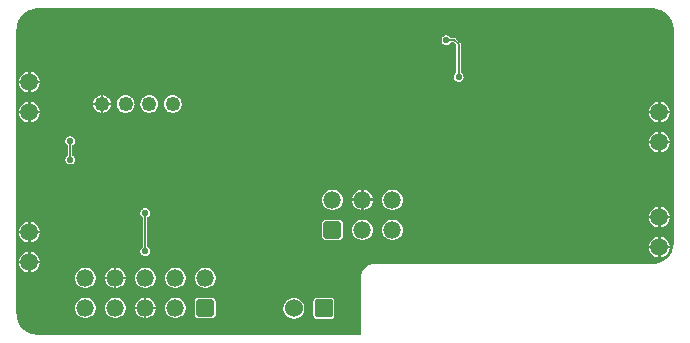
<source format=gbr>
%TF.GenerationSoftware,Altium Limited,Altium Designer,20.1.8 (145)*%
G04 Layer_Physical_Order=4*
G04 Layer_Color=16728128*
%FSLAX45Y45*%
%MOMM*%
%TF.SameCoordinates,4FE69ECD-ABF1-445D-A2E8-605A74DE355E*%
%TF.FilePolarity,Positive*%
%TF.FileFunction,Copper,L4,Bot,Signal*%
%TF.Part,Single*%
G01*
G75*
%TA.AperFunction,Conductor*%
%ADD26C,0.12700*%
%TA.AperFunction,ComponentPad*%
%ADD30C,1.25000*%
%ADD31C,1.50000*%
G04:AMPARAMS|DCode=32|XSize=1.5mm|YSize=1.45mm|CornerRadius=0.18125mm|HoleSize=0mm|Usage=FLASHONLY|Rotation=180.000|XOffset=0mm|YOffset=0mm|HoleType=Round|Shape=RoundedRectangle|*
%AMROUNDEDRECTD32*
21,1,1.50000,1.08750,0,0,180.0*
21,1,1.13750,1.45000,0,0,180.0*
1,1,0.36250,-0.56875,0.54375*
1,1,0.36250,0.56875,0.54375*
1,1,0.36250,0.56875,-0.54375*
1,1,0.36250,-0.56875,-0.54375*
%
%ADD32ROUNDEDRECTD32*%
%ADD33O,1.50000X1.45000*%
%TA.AperFunction,ViaPad*%
%ADD34C,3.60000*%
%TA.AperFunction,ComponentPad*%
%ADD35C,1.52400*%
G04:AMPARAMS|DCode=36|XSize=1.524mm|YSize=1.524mm|CornerRadius=0.1905mm|HoleSize=0mm|Usage=FLASHONLY|Rotation=180.000|XOffset=0mm|YOffset=0mm|HoleType=Round|Shape=RoundedRectangle|*
%AMROUNDEDRECTD36*
21,1,1.52400,1.14300,0,0,180.0*
21,1,1.14300,1.52400,0,0,180.0*
1,1,0.38100,-0.57150,0.57150*
1,1,0.38100,0.57150,0.57150*
1,1,0.38100,0.57150,-0.57150*
1,1,0.38100,-0.57150,-0.57150*
%
%ADD36ROUNDEDRECTD36*%
%TA.AperFunction,ViaPad*%
%ADD37C,0.56000*%
G36*
X5415880Y2781499D02*
X5431639Y2779424D01*
X5447156Y2775984D01*
X5462315Y2771205D01*
X5476999Y2765122D01*
X5491097Y2757783D01*
X5504502Y2749243D01*
X5517112Y2739567D01*
X5528831Y2728829D01*
X5539569Y2717111D01*
X5549244Y2704501D01*
X5557784Y2691096D01*
X5565123Y2676998D01*
X5571206Y2662313D01*
X5575986Y2647155D01*
X5579426Y2631637D01*
X5581500Y2615879D01*
X5582162Y2600724D01*
X5582067Y2600000D01*
Y800000D01*
X5582162Y799276D01*
X5581500Y784121D01*
X5579426Y768363D01*
X5575986Y752845D01*
X5571206Y737686D01*
X5565123Y723002D01*
X5557784Y708903D01*
X5549244Y695498D01*
X5539568Y682888D01*
X5528830Y671170D01*
X5517112Y660432D01*
X5504502Y650756D01*
X5491097Y642216D01*
X5476998Y634877D01*
X5462314Y628794D01*
X5447155Y624015D01*
X5431638Y620575D01*
X5415879Y618500D01*
X5400725Y617838D01*
X5400000Y617934D01*
X3068580Y617933D01*
X3050800Y617966D01*
X3037592Y617225D01*
X3033595Y616545D01*
X3024550Y615008D01*
X3011838Y611346D01*
X2999617Y606284D01*
X2988038Y599885D01*
X2977250Y592230D01*
X2967386Y583415D01*
X2958571Y573551D01*
X2950916Y562762D01*
X2944517Y551184D01*
X2939454Y538962D01*
X2935792Y526250D01*
X2934255Y517206D01*
X2933575Y513209D01*
X2932834Y500000D01*
X2932867D01*
Y17933D01*
X200000D01*
X199276Y17838D01*
X184121Y18500D01*
X168363Y20574D01*
X152845Y24014D01*
X137686Y28794D01*
X123002Y34876D01*
X108903Y42216D01*
X95498Y50756D01*
X82888Y60432D01*
X71170Y71170D01*
X60432Y82888D01*
X50756Y95498D01*
X42216Y108903D01*
X34876Y123002D01*
X28794Y137686D01*
X24014Y152845D01*
X20574Y168363D01*
X18500Y184121D01*
X17846Y199100D01*
X17934Y199769D01*
Y2599999D01*
X17838Y2600724D01*
X18500Y2615878D01*
X20574Y2631636D01*
X24014Y2647154D01*
X28794Y2662312D01*
X34876Y2676997D01*
X42216Y2691095D01*
X50756Y2704501D01*
X60432Y2717110D01*
X71170Y2728829D01*
X82888Y2739567D01*
X95498Y2749243D01*
X108903Y2757783D01*
X123002Y2765122D01*
X137686Y2771205D01*
X152845Y2775984D01*
X168363Y2779424D01*
X184121Y2781499D01*
X199276Y2782161D01*
X200000Y2782065D01*
X5400000D01*
X5400725Y2782161D01*
X5415880Y2781499D01*
D02*
G37*
%LPC*%
G36*
X137160Y2246222D02*
Y2169160D01*
X214222D01*
X214136Y2170472D01*
X211893Y2181747D01*
X208198Y2192633D01*
X203113Y2202944D01*
X196726Y2212503D01*
X189146Y2221146D01*
X180503Y2228726D01*
X170944Y2235113D01*
X160633Y2240198D01*
X149747Y2243893D01*
X138472Y2246136D01*
X137160Y2246222D01*
D02*
G37*
G36*
X116840D02*
X115528Y2246136D01*
X104253Y2243893D01*
X93367Y2240198D01*
X83056Y2235113D01*
X73497Y2228726D01*
X64854Y2221146D01*
X57274Y2212503D01*
X50887Y2202944D01*
X45802Y2192633D01*
X42107Y2181747D01*
X39864Y2170472D01*
X39778Y2169160D01*
X116840D01*
Y2246222D01*
D02*
G37*
G36*
X3657600Y2553580D02*
X3649621Y2552794D01*
X3641950Y2550467D01*
X3634879Y2546688D01*
X3628682Y2541602D01*
X3623595Y2535404D01*
X3619816Y2528334D01*
X3617489Y2520662D01*
X3616703Y2512683D01*
X3617489Y2504705D01*
X3619816Y2497033D01*
X3623595Y2489962D01*
X3628682Y2483765D01*
X3634879Y2478679D01*
X3641950Y2474900D01*
X3649621Y2472572D01*
X3657600Y2471787D01*
X3665579Y2472572D01*
X3673250Y2474900D01*
X3680321Y2478679D01*
X3686518Y2483765D01*
X3691605Y2489962D01*
X3693479Y2493469D01*
X3718609D01*
X3743201Y2468877D01*
Y2238059D01*
X3739695Y2236185D01*
X3733497Y2231098D01*
X3728411Y2224901D01*
X3724632Y2217830D01*
X3722305Y2210159D01*
X3721519Y2202180D01*
X3722305Y2194201D01*
X3724632Y2186530D01*
X3728411Y2179459D01*
X3733497Y2173262D01*
X3739695Y2168175D01*
X3746765Y2164396D01*
X3754437Y2162069D01*
X3762416Y2161283D01*
X3770394Y2162069D01*
X3778066Y2164396D01*
X3785137Y2168175D01*
X3791334Y2173262D01*
X3796420Y2179459D01*
X3800199Y2186530D01*
X3802527Y2194201D01*
X3803312Y2202180D01*
X3802527Y2210159D01*
X3800199Y2217830D01*
X3796420Y2224901D01*
X3791334Y2231098D01*
X3785137Y2236185D01*
X3781630Y2238059D01*
Y2476834D01*
X3781630Y2476836D01*
X3780975Y2481809D01*
X3779056Y2486443D01*
X3776002Y2490422D01*
X3776001Y2490423D01*
X3740155Y2526270D01*
X3736175Y2529323D01*
X3731541Y2531243D01*
X3726568Y2531898D01*
X3726566Y2531898D01*
X3693479D01*
X3691605Y2535404D01*
X3686518Y2541602D01*
X3680321Y2546688D01*
X3673250Y2550467D01*
X3665579Y2552794D01*
X3657600Y2553580D01*
D02*
G37*
G36*
X214222Y2148840D02*
X137160D01*
Y2071778D01*
X138472Y2071864D01*
X149747Y2074107D01*
X160633Y2077802D01*
X170944Y2082887D01*
X180503Y2089274D01*
X189146Y2096854D01*
X196726Y2105497D01*
X203113Y2115056D01*
X208198Y2125367D01*
X211893Y2136253D01*
X214136Y2147528D01*
X214222Y2148840D01*
D02*
G37*
G36*
X116840D02*
X39778D01*
X39864Y2147528D01*
X42107Y2136253D01*
X45802Y2125367D01*
X50887Y2115056D01*
X57274Y2105497D01*
X64854Y2096854D01*
X73497Y2089274D01*
X83056Y2082887D01*
X93367Y2077802D01*
X104253Y2074107D01*
X115528Y2071864D01*
X116840Y2071778D01*
Y2148840D01*
D02*
G37*
G36*
X752500Y2048232D02*
Y1983740D01*
X816992D01*
X815133Y1993085D01*
X811965Y2002419D01*
X807605Y2011261D01*
X802128Y2019457D01*
X795628Y2026868D01*
X788217Y2033368D01*
X780021Y2038845D01*
X771179Y2043205D01*
X761845Y2046373D01*
X752500Y2048232D01*
D02*
G37*
G36*
X732180D02*
X722835Y2046373D01*
X713500Y2043205D01*
X704659Y2038845D01*
X696463Y2033368D01*
X689051Y2026868D01*
X682552Y2019457D01*
X677075Y2011261D01*
X672715Y2002419D01*
X669547Y1993085D01*
X667688Y1983740D01*
X732180D01*
Y2048232D01*
D02*
G37*
G36*
X5471160Y1992222D02*
Y1915160D01*
X5548222D01*
X5548136Y1916472D01*
X5545893Y1927747D01*
X5542198Y1938633D01*
X5537113Y1948944D01*
X5530726Y1958503D01*
X5523146Y1967146D01*
X5514503Y1974726D01*
X5504944Y1981113D01*
X5494633Y1986198D01*
X5483747Y1989893D01*
X5472472Y1992136D01*
X5471160Y1992222D01*
D02*
G37*
G36*
X5450840D02*
X5449528Y1992136D01*
X5438253Y1989893D01*
X5427367Y1986198D01*
X5417056Y1981113D01*
X5407497Y1974726D01*
X5398854Y1967146D01*
X5391274Y1958503D01*
X5384887Y1948944D01*
X5379802Y1938633D01*
X5376107Y1927747D01*
X5373864Y1916472D01*
X5373778Y1915160D01*
X5450840D01*
Y1992222D01*
D02*
G37*
G36*
X137160D02*
Y1915160D01*
X214222D01*
X214136Y1916472D01*
X211893Y1927747D01*
X208198Y1938633D01*
X203113Y1948944D01*
X196726Y1958503D01*
X189146Y1967146D01*
X180503Y1974726D01*
X170944Y1981113D01*
X160633Y1986198D01*
X149747Y1989893D01*
X138472Y1992136D01*
X137160Y1992222D01*
D02*
G37*
G36*
X116840D02*
X115528Y1992136D01*
X104253Y1989893D01*
X93367Y1986198D01*
X83056Y1981113D01*
X73497Y1974726D01*
X64854Y1967146D01*
X57274Y1958503D01*
X50887Y1948944D01*
X45802Y1938633D01*
X42107Y1927747D01*
X39864Y1916472D01*
X39778Y1915160D01*
X116840D01*
Y1992222D01*
D02*
G37*
G36*
X816992Y1963420D02*
X752500D01*
Y1898928D01*
X761845Y1900787D01*
X771179Y1903955D01*
X780021Y1908315D01*
X788217Y1913792D01*
X795628Y1920292D01*
X802128Y1927703D01*
X807605Y1935899D01*
X811965Y1944741D01*
X815133Y1954075D01*
X816992Y1963420D01*
D02*
G37*
G36*
X732180D02*
X667688D01*
X669547Y1954075D01*
X672715Y1944741D01*
X677075Y1935899D01*
X682552Y1927703D01*
X689051Y1920292D01*
X696463Y1913792D01*
X704659Y1908315D01*
X713500Y1903955D01*
X722835Y1900787D01*
X732180Y1898928D01*
Y1963420D01*
D02*
G37*
G36*
X1342340Y2048941D02*
X1332503Y2048297D01*
X1322835Y2046373D01*
X1313501Y2043205D01*
X1304659Y2038845D01*
X1296463Y2033368D01*
X1289052Y2026868D01*
X1282552Y2019457D01*
X1277075Y2011261D01*
X1272715Y2002419D01*
X1269547Y1993085D01*
X1267623Y1983417D01*
X1266979Y1973580D01*
X1267623Y1963743D01*
X1269547Y1954075D01*
X1272715Y1944741D01*
X1277075Y1935899D01*
X1282552Y1927703D01*
X1289052Y1920292D01*
X1296463Y1913792D01*
X1304659Y1908315D01*
X1313501Y1903955D01*
X1322835Y1900787D01*
X1332503Y1898863D01*
X1342340Y1898219D01*
X1352177Y1898863D01*
X1361845Y1900787D01*
X1371179Y1903955D01*
X1380021Y1908315D01*
X1388217Y1913792D01*
X1395628Y1920292D01*
X1402128Y1927703D01*
X1407605Y1935899D01*
X1411965Y1944741D01*
X1415133Y1954075D01*
X1417057Y1963743D01*
X1417701Y1973580D01*
X1417057Y1983417D01*
X1415133Y1993085D01*
X1411965Y2002419D01*
X1407605Y2011261D01*
X1402128Y2019457D01*
X1395628Y2026868D01*
X1388217Y2033368D01*
X1380021Y2038845D01*
X1371179Y2043205D01*
X1361845Y2046373D01*
X1352177Y2048297D01*
X1342340Y2048941D01*
D02*
G37*
G36*
X1142340D02*
X1132503Y2048297D01*
X1122835Y2046373D01*
X1113500Y2043205D01*
X1104659Y2038845D01*
X1096463Y2033368D01*
X1089051Y2026868D01*
X1082552Y2019457D01*
X1077075Y2011261D01*
X1072715Y2002419D01*
X1069547Y1993085D01*
X1067623Y1983417D01*
X1066979Y1973580D01*
X1067623Y1963743D01*
X1069547Y1954075D01*
X1072715Y1944741D01*
X1077075Y1935899D01*
X1082552Y1927703D01*
X1089051Y1920292D01*
X1096463Y1913792D01*
X1104659Y1908315D01*
X1113500Y1903955D01*
X1122835Y1900787D01*
X1132503Y1898863D01*
X1142340Y1898219D01*
X1152177Y1898863D01*
X1161845Y1900787D01*
X1171179Y1903955D01*
X1180020Y1908315D01*
X1188217Y1913792D01*
X1195628Y1920292D01*
X1202128Y1927703D01*
X1207605Y1935899D01*
X1211965Y1944741D01*
X1215133Y1954075D01*
X1217056Y1963743D01*
X1217701Y1973580D01*
X1217056Y1983417D01*
X1215133Y1993085D01*
X1211965Y2002419D01*
X1207605Y2011261D01*
X1202128Y2019457D01*
X1195628Y2026868D01*
X1188217Y2033368D01*
X1180020Y2038845D01*
X1171179Y2043205D01*
X1161845Y2046373D01*
X1152177Y2048297D01*
X1142340Y2048941D01*
D02*
G37*
G36*
X942340D02*
X932503Y2048297D01*
X922835Y2046373D01*
X913501Y2043205D01*
X904659Y2038845D01*
X896463Y2033368D01*
X889052Y2026868D01*
X882552Y2019457D01*
X877075Y2011261D01*
X872715Y2002419D01*
X869547Y1993085D01*
X867623Y1983417D01*
X866979Y1973580D01*
X867623Y1963743D01*
X869547Y1954075D01*
X872715Y1944741D01*
X877075Y1935899D01*
X882552Y1927703D01*
X889052Y1920292D01*
X896463Y1913792D01*
X904659Y1908315D01*
X913501Y1903955D01*
X922835Y1900787D01*
X932503Y1898863D01*
X942340Y1898219D01*
X952177Y1898863D01*
X961845Y1900787D01*
X971179Y1903955D01*
X980021Y1908315D01*
X988217Y1913792D01*
X995628Y1920292D01*
X1002128Y1927703D01*
X1007605Y1935899D01*
X1011965Y1944741D01*
X1015133Y1954075D01*
X1017057Y1963743D01*
X1017701Y1973580D01*
X1017057Y1983417D01*
X1015133Y1993085D01*
X1011965Y2002419D01*
X1007605Y2011261D01*
X1002128Y2019457D01*
X995628Y2026868D01*
X988217Y2033368D01*
X980021Y2038845D01*
X971179Y2043205D01*
X961845Y2046373D01*
X952177Y2048297D01*
X942340Y2048941D01*
D02*
G37*
G36*
X5548222Y1894840D02*
X5471160D01*
Y1817778D01*
X5472472Y1817864D01*
X5483747Y1820107D01*
X5494633Y1823802D01*
X5504944Y1828887D01*
X5514503Y1835274D01*
X5523146Y1842854D01*
X5530726Y1851497D01*
X5537113Y1861056D01*
X5542198Y1871367D01*
X5545893Y1882253D01*
X5548136Y1893528D01*
X5548222Y1894840D01*
D02*
G37*
G36*
X5450840D02*
X5373778D01*
X5373864Y1893528D01*
X5376107Y1882253D01*
X5379802Y1871367D01*
X5384887Y1861056D01*
X5391274Y1851497D01*
X5398854Y1842854D01*
X5407497Y1835274D01*
X5417056Y1828887D01*
X5427367Y1823802D01*
X5438253Y1820107D01*
X5449528Y1817864D01*
X5450840Y1817778D01*
Y1894840D01*
D02*
G37*
G36*
X214222D02*
X137160D01*
Y1817778D01*
X138472Y1817864D01*
X149747Y1820107D01*
X160633Y1823802D01*
X170944Y1828887D01*
X180503Y1835274D01*
X189146Y1842854D01*
X196726Y1851497D01*
X203113Y1861056D01*
X208198Y1871367D01*
X211893Y1882253D01*
X214136Y1893528D01*
X214222Y1894840D01*
D02*
G37*
G36*
X116840D02*
X39778D01*
X39864Y1893528D01*
X42107Y1882253D01*
X45802Y1871367D01*
X50887Y1861056D01*
X57274Y1851497D01*
X64854Y1842854D01*
X73497Y1835274D01*
X83056Y1828887D01*
X93367Y1823802D01*
X104253Y1820107D01*
X115528Y1817864D01*
X116840Y1817778D01*
Y1894840D01*
D02*
G37*
G36*
X5471160Y1738222D02*
Y1661160D01*
X5548222D01*
X5548136Y1662472D01*
X5545893Y1673747D01*
X5542198Y1684633D01*
X5537113Y1694944D01*
X5530726Y1704503D01*
X5523146Y1713146D01*
X5514503Y1720726D01*
X5504944Y1727113D01*
X5494633Y1732198D01*
X5483747Y1735893D01*
X5472472Y1738136D01*
X5471160Y1738222D01*
D02*
G37*
G36*
X5450840D02*
X5449528Y1738136D01*
X5438253Y1735893D01*
X5427367Y1732198D01*
X5417056Y1727113D01*
X5407497Y1720726D01*
X5398854Y1713146D01*
X5391274Y1704503D01*
X5384887Y1694944D01*
X5379802Y1684633D01*
X5376107Y1673747D01*
X5373864Y1662472D01*
X5373778Y1661160D01*
X5450840D01*
Y1738222D01*
D02*
G37*
G36*
X5548222Y1640840D02*
X5471160D01*
Y1563778D01*
X5472472Y1563864D01*
X5483747Y1566107D01*
X5494633Y1569802D01*
X5504944Y1574887D01*
X5514503Y1581274D01*
X5523146Y1588854D01*
X5530726Y1597497D01*
X5537113Y1607056D01*
X5542198Y1617367D01*
X5545893Y1628253D01*
X5548136Y1639528D01*
X5548222Y1640840D01*
D02*
G37*
G36*
X5450840D02*
X5373778D01*
X5373864Y1639528D01*
X5376107Y1628253D01*
X5379802Y1617367D01*
X5384887Y1607056D01*
X5391274Y1597497D01*
X5398854Y1588854D01*
X5407497Y1581274D01*
X5417056Y1574887D01*
X5427367Y1569802D01*
X5438253Y1566107D01*
X5449528Y1563864D01*
X5450840Y1563778D01*
Y1640840D01*
D02*
G37*
G36*
X472782Y1699517D02*
X464804Y1698731D01*
X457132Y1696404D01*
X450061Y1692625D01*
X443864Y1687538D01*
X438778Y1681341D01*
X434999Y1674270D01*
X432671Y1666599D01*
X431886Y1658620D01*
X432671Y1650641D01*
X434999Y1642970D01*
X438778Y1635899D01*
X443864Y1629702D01*
X450061Y1624615D01*
X453568Y1622741D01*
Y1537019D01*
X450061Y1535145D01*
X443864Y1530058D01*
X438778Y1523861D01*
X434999Y1516790D01*
X432671Y1509119D01*
X431886Y1501140D01*
X432671Y1493161D01*
X434999Y1485490D01*
X438778Y1478419D01*
X443864Y1472222D01*
X450061Y1467135D01*
X457132Y1463356D01*
X464804Y1461029D01*
X472782Y1460243D01*
X480761Y1461029D01*
X488433Y1463356D01*
X495503Y1467135D01*
X501701Y1472222D01*
X506787Y1478419D01*
X510566Y1485490D01*
X512893Y1493161D01*
X513679Y1501140D01*
X512893Y1509119D01*
X510566Y1516790D01*
X506787Y1523861D01*
X501701Y1530058D01*
X495503Y1535145D01*
X491997Y1537019D01*
Y1622741D01*
X495503Y1624615D01*
X501701Y1629702D01*
X506787Y1635899D01*
X510566Y1642970D01*
X512893Y1650641D01*
X513679Y1658620D01*
X512893Y1666599D01*
X510566Y1674270D01*
X506787Y1681341D01*
X501701Y1687538D01*
X495503Y1692625D01*
X488433Y1696404D01*
X480761Y1698731D01*
X472782Y1699517D01*
D02*
G37*
G36*
X2957959Y1247198D02*
Y1172477D01*
X3035016D01*
X3034951Y1173462D01*
X3032772Y1184416D01*
X3029182Y1194992D01*
X3024242Y1205009D01*
X3018037Y1214295D01*
X3010673Y1222692D01*
X3002276Y1230056D01*
X2992990Y1236261D01*
X2982973Y1241201D01*
X2972397Y1244791D01*
X2961443Y1246970D01*
X2957959Y1247198D01*
D02*
G37*
G36*
X2937639D02*
X2934154Y1246970D01*
X2923200Y1244791D01*
X2912624Y1241201D01*
X2902607Y1236261D01*
X2893321Y1230056D01*
X2884924Y1222692D01*
X2877560Y1214295D01*
X2871355Y1205009D01*
X2866415Y1194992D01*
X2862825Y1184416D01*
X2860647Y1173462D01*
X2860582Y1172477D01*
X2937639D01*
Y1247198D01*
D02*
G37*
G36*
X3035016Y1152157D02*
X2957959D01*
Y1077437D01*
X2961443Y1077665D01*
X2972397Y1079844D01*
X2982973Y1083434D01*
X2992990Y1088373D01*
X3002276Y1094578D01*
X3010673Y1101942D01*
X3018037Y1110339D01*
X3024242Y1119626D01*
X3029182Y1129643D01*
X3032772Y1140218D01*
X3034951Y1151172D01*
X3035016Y1152157D01*
D02*
G37*
G36*
X2937639D02*
X2860582D01*
X2860647Y1151172D01*
X2862825Y1140218D01*
X2866415Y1129643D01*
X2871355Y1119626D01*
X2877560Y1110339D01*
X2884924Y1101942D01*
X2893321Y1094578D01*
X2902607Y1088373D01*
X2912624Y1083434D01*
X2923200Y1079844D01*
X2934154Y1077665D01*
X2937639Y1077437D01*
Y1152157D01*
D02*
G37*
G36*
X3204299Y1247700D02*
X3199299D01*
X3188154Y1246970D01*
X3177200Y1244791D01*
X3166624Y1241201D01*
X3156607Y1236261D01*
X3147321Y1230056D01*
X3138924Y1222692D01*
X3131560Y1214295D01*
X3125355Y1205009D01*
X3120415Y1194992D01*
X3116825Y1184416D01*
X3114647Y1173462D01*
X3113916Y1162317D01*
X3114647Y1151173D01*
X3116825Y1140219D01*
X3120415Y1129643D01*
X3125355Y1119626D01*
X3131560Y1110340D01*
X3138924Y1101943D01*
X3147321Y1094579D01*
X3156607Y1088374D01*
X3166624Y1083434D01*
X3177200Y1079844D01*
X3188154Y1077665D01*
X3199299Y1076935D01*
X3204299D01*
X3215443Y1077665D01*
X3226397Y1079844D01*
X3236973Y1083434D01*
X3246990Y1088374D01*
X3256276Y1094579D01*
X3264673Y1101943D01*
X3272037Y1110340D01*
X3278242Y1119626D01*
X3283182Y1129643D01*
X3286772Y1140219D01*
X3288951Y1151173D01*
X3289682Y1162317D01*
X3288951Y1173462D01*
X3286772Y1184416D01*
X3283182Y1194992D01*
X3278242Y1205009D01*
X3272037Y1214295D01*
X3264673Y1222692D01*
X3256276Y1230056D01*
X3246990Y1236261D01*
X3236973Y1241201D01*
X3226397Y1244791D01*
X3215443Y1246970D01*
X3204299Y1247700D01*
D02*
G37*
G36*
X2696299D02*
X2691299D01*
X2680154Y1246970D01*
X2669200Y1244791D01*
X2658624Y1241201D01*
X2648607Y1236261D01*
X2639321Y1230056D01*
X2630924Y1222692D01*
X2623560Y1214295D01*
X2617355Y1205009D01*
X2612415Y1194992D01*
X2608825Y1184416D01*
X2606647Y1173462D01*
X2605916Y1162317D01*
X2606647Y1151173D01*
X2608825Y1140219D01*
X2612415Y1129643D01*
X2617355Y1119626D01*
X2623560Y1110340D01*
X2630924Y1101943D01*
X2639321Y1094579D01*
X2648607Y1088374D01*
X2658624Y1083434D01*
X2669200Y1079844D01*
X2680154Y1077665D01*
X2691299Y1076935D01*
X2696299D01*
X2707443Y1077665D01*
X2718397Y1079844D01*
X2728973Y1083434D01*
X2738990Y1088374D01*
X2748276Y1094579D01*
X2756673Y1101943D01*
X2764037Y1110340D01*
X2770242Y1119626D01*
X2775182Y1129643D01*
X2778772Y1140219D01*
X2780951Y1151173D01*
X2781682Y1162317D01*
X2780951Y1173462D01*
X2778772Y1184416D01*
X2775182Y1194992D01*
X2770242Y1205009D01*
X2764037Y1214295D01*
X2756673Y1222692D01*
X2748276Y1230056D01*
X2738990Y1236261D01*
X2728973Y1241201D01*
X2718397Y1244791D01*
X2707443Y1246970D01*
X2696299Y1247700D01*
D02*
G37*
G36*
X5471160Y1103222D02*
Y1026160D01*
X5548222D01*
X5548136Y1027472D01*
X5545893Y1038747D01*
X5542198Y1049633D01*
X5537113Y1059944D01*
X5530726Y1069503D01*
X5523146Y1078146D01*
X5514503Y1085726D01*
X5504944Y1092113D01*
X5494633Y1097198D01*
X5483747Y1100893D01*
X5472472Y1103136D01*
X5471160Y1103222D01*
D02*
G37*
G36*
X5450840D02*
X5449528Y1103136D01*
X5438253Y1100893D01*
X5427367Y1097198D01*
X5417056Y1092113D01*
X5407497Y1085726D01*
X5398854Y1078146D01*
X5391274Y1069503D01*
X5384887Y1059944D01*
X5379802Y1049633D01*
X5376107Y1038747D01*
X5373864Y1027472D01*
X5373778Y1026160D01*
X5450840D01*
Y1103222D01*
D02*
G37*
G36*
X5548222Y1005840D02*
X5471160D01*
Y928778D01*
X5472472Y928864D01*
X5483747Y931107D01*
X5494633Y934802D01*
X5504944Y939887D01*
X5514503Y946274D01*
X5523146Y953854D01*
X5530726Y962497D01*
X5537113Y972056D01*
X5542198Y982367D01*
X5545893Y993253D01*
X5548136Y1004528D01*
X5548222Y1005840D01*
D02*
G37*
G36*
X5450840D02*
X5373778D01*
X5373864Y1004528D01*
X5376107Y993253D01*
X5379802Y982367D01*
X5384887Y972056D01*
X5391274Y962497D01*
X5398854Y953854D01*
X5407497Y946274D01*
X5417056Y939887D01*
X5427367Y934802D01*
X5438253Y931107D01*
X5449528Y928864D01*
X5450840Y928778D01*
Y1005840D01*
D02*
G37*
G36*
X137160Y976222D02*
Y899160D01*
X214222D01*
X214136Y900472D01*
X211893Y911747D01*
X208198Y922633D01*
X203113Y932944D01*
X196726Y942503D01*
X189146Y951146D01*
X180503Y958726D01*
X170944Y965113D01*
X160633Y970198D01*
X149747Y973893D01*
X138472Y976136D01*
X137160Y976222D01*
D02*
G37*
G36*
X116840D02*
X115528Y976136D01*
X104253Y973893D01*
X93367Y970198D01*
X83056Y965113D01*
X73497Y958726D01*
X64854Y951146D01*
X57274Y942503D01*
X50887Y932944D01*
X45802Y922633D01*
X42107Y911747D01*
X39864Y900472D01*
X39778Y899160D01*
X116840D01*
Y976222D01*
D02*
G37*
G36*
X2750674Y993667D02*
X2636924D01*
X2630881Y993071D01*
X2625071Y991309D01*
X2619716Y988447D01*
X2615022Y984594D01*
X2611170Y979901D01*
X2608308Y974546D01*
X2606545Y968735D01*
X2605950Y962693D01*
Y853942D01*
X2606545Y847900D01*
X2608308Y842089D01*
X2611170Y836734D01*
X2615022Y832041D01*
X2619716Y828188D01*
X2625071Y825326D01*
X2630881Y823564D01*
X2636924Y822968D01*
X2750674D01*
X2756716Y823564D01*
X2762527Y825326D01*
X2767882Y828188D01*
X2772576Y832041D01*
X2776428Y836734D01*
X2779290Y842089D01*
X2781053Y847900D01*
X2781648Y853942D01*
Y962693D01*
X2781053Y968735D01*
X2779290Y974546D01*
X2776428Y979901D01*
X2772576Y984594D01*
X2767882Y988447D01*
X2762527Y991309D01*
X2756716Y993071D01*
X2750674Y993667D01*
D02*
G37*
G36*
X2950299Y993701D02*
X2945299D01*
X2934154Y992970D01*
X2923200Y990791D01*
X2912624Y987201D01*
X2902607Y982261D01*
X2893321Y976056D01*
X2884924Y968693D01*
X2877560Y960296D01*
X2871355Y951009D01*
X2866415Y940992D01*
X2862825Y930416D01*
X2860647Y919462D01*
X2859916Y908318D01*
X2860647Y897173D01*
X2862825Y886219D01*
X2866415Y875643D01*
X2871355Y865626D01*
X2877560Y856340D01*
X2884924Y847943D01*
X2893321Y840579D01*
X2902607Y834374D01*
X2912624Y829434D01*
X2923200Y825844D01*
X2934154Y823665D01*
X2945299Y822935D01*
X2950299D01*
X2961443Y823665D01*
X2972397Y825844D01*
X2982973Y829434D01*
X2992990Y834374D01*
X3002276Y840579D01*
X3010673Y847943D01*
X3018037Y856340D01*
X3024242Y865626D01*
X3029182Y875643D01*
X3032772Y886219D01*
X3034951Y897173D01*
X3035682Y908318D01*
X3034951Y919462D01*
X3032772Y930416D01*
X3029182Y940992D01*
X3024242Y951009D01*
X3018037Y960296D01*
X3010673Y968693D01*
X3002276Y976056D01*
X2992990Y982261D01*
X2982973Y987201D01*
X2972397Y990791D01*
X2961443Y992970D01*
X2950299Y993701D01*
D02*
G37*
G36*
X3204299Y993700D02*
X3199299D01*
X3188154Y992970D01*
X3177200Y990791D01*
X3166624Y987201D01*
X3156607Y982261D01*
X3147321Y976056D01*
X3138924Y968692D01*
X3131560Y960295D01*
X3125355Y951009D01*
X3120415Y940992D01*
X3116825Y930416D01*
X3114647Y919462D01*
X3113916Y908317D01*
X3114647Y897173D01*
X3116825Y886219D01*
X3120415Y875643D01*
X3125355Y865626D01*
X3131560Y856340D01*
X3138924Y847943D01*
X3147321Y840579D01*
X3156607Y834374D01*
X3166624Y829434D01*
X3177200Y825844D01*
X3188154Y823665D01*
X3199299Y822935D01*
X3204299D01*
X3215443Y823665D01*
X3226397Y825844D01*
X3236973Y829434D01*
X3246990Y834374D01*
X3256276Y840579D01*
X3264673Y847943D01*
X3272037Y856340D01*
X3278242Y865626D01*
X3283182Y875643D01*
X3286772Y886219D01*
X3288951Y897173D01*
X3289682Y908317D01*
X3288951Y919462D01*
X3286772Y930416D01*
X3283182Y940992D01*
X3278242Y951009D01*
X3272037Y960295D01*
X3264673Y968692D01*
X3256276Y976056D01*
X3246990Y982261D01*
X3236973Y987201D01*
X3226397Y990791D01*
X3215443Y992970D01*
X3204299Y993700D01*
D02*
G37*
G36*
X214222Y878840D02*
X137160D01*
Y801778D01*
X138472Y801864D01*
X149747Y804107D01*
X160633Y807802D01*
X170944Y812887D01*
X180503Y819274D01*
X189146Y826854D01*
X196726Y835497D01*
X203113Y845056D01*
X208198Y855367D01*
X211893Y866253D01*
X214136Y877528D01*
X214222Y878840D01*
D02*
G37*
G36*
X116840D02*
X39778D01*
X39864Y877528D01*
X42107Y866253D01*
X45802Y855367D01*
X50887Y845056D01*
X57274Y835497D01*
X64854Y826854D01*
X73497Y819274D01*
X83056Y812887D01*
X93367Y807802D01*
X104253Y804107D01*
X115528Y801864D01*
X116840Y801778D01*
Y878840D01*
D02*
G37*
G36*
X5471160Y849222D02*
Y772160D01*
X5548222D01*
X5548136Y773472D01*
X5545893Y784747D01*
X5542198Y795633D01*
X5537113Y805944D01*
X5530726Y815503D01*
X5523146Y824146D01*
X5514503Y831726D01*
X5504944Y838113D01*
X5494633Y843198D01*
X5483747Y846893D01*
X5472472Y849136D01*
X5471160Y849222D01*
D02*
G37*
G36*
X5450840D02*
X5449528Y849136D01*
X5438253Y846893D01*
X5427367Y843198D01*
X5417056Y838113D01*
X5407497Y831726D01*
X5398854Y824146D01*
X5391274Y815503D01*
X5384887Y805944D01*
X5379802Y795633D01*
X5376107Y784747D01*
X5373864Y773472D01*
X5373778Y772160D01*
X5450840D01*
Y849222D01*
D02*
G37*
G36*
X1108204Y1090803D02*
X1100226Y1090017D01*
X1092554Y1087690D01*
X1085483Y1083910D01*
X1079286Y1078824D01*
X1074200Y1072627D01*
X1070421Y1065556D01*
X1068093Y1057885D01*
X1067307Y1049906D01*
X1068093Y1041927D01*
X1070421Y1034255D01*
X1074200Y1027185D01*
X1079286Y1020988D01*
X1085483Y1015901D01*
X1088990Y1014027D01*
Y761654D01*
X1085483Y759779D01*
X1079286Y754693D01*
X1074200Y748496D01*
X1070421Y741425D01*
X1068093Y733753D01*
X1067307Y725775D01*
X1068093Y717796D01*
X1070421Y710124D01*
X1074200Y703053D01*
X1079286Y696856D01*
X1085483Y691770D01*
X1092554Y687991D01*
X1100226Y685664D01*
X1108204Y684878D01*
X1116183Y685664D01*
X1123855Y687991D01*
X1130925Y691770D01*
X1137123Y696856D01*
X1142209Y703053D01*
X1145988Y710124D01*
X1148315Y717796D01*
X1149101Y725775D01*
X1148315Y733753D01*
X1145988Y741425D01*
X1142209Y748496D01*
X1137123Y754693D01*
X1130925Y759779D01*
X1127419Y761653D01*
Y1014027D01*
X1130925Y1015901D01*
X1137123Y1020988D01*
X1142209Y1027185D01*
X1145988Y1034255D01*
X1148315Y1041927D01*
X1149101Y1049906D01*
X1148315Y1057885D01*
X1145988Y1065556D01*
X1142209Y1072627D01*
X1137123Y1078824D01*
X1130925Y1083910D01*
X1123855Y1087690D01*
X1116183Y1090017D01*
X1108204Y1090803D01*
D02*
G37*
G36*
X5548222Y751840D02*
X5471160D01*
Y674778D01*
X5472472Y674864D01*
X5483747Y677107D01*
X5494633Y680802D01*
X5504944Y685887D01*
X5514503Y692274D01*
X5523146Y699854D01*
X5530726Y708497D01*
X5537113Y718056D01*
X5542198Y728367D01*
X5545893Y739253D01*
X5548136Y750528D01*
X5548222Y751840D01*
D02*
G37*
G36*
X5450840D02*
X5373778D01*
X5373864Y750528D01*
X5376107Y739253D01*
X5379802Y728367D01*
X5384887Y718056D01*
X5391274Y708497D01*
X5398854Y699854D01*
X5407497Y692274D01*
X5417056Y685887D01*
X5427367Y680802D01*
X5438253Y677107D01*
X5449528Y674864D01*
X5450840Y674778D01*
Y751840D01*
D02*
G37*
G36*
X137160Y722222D02*
Y645160D01*
X214222D01*
X214136Y646472D01*
X211893Y657747D01*
X208198Y668633D01*
X203113Y678944D01*
X196726Y688503D01*
X189146Y697146D01*
X180503Y704726D01*
X170944Y711113D01*
X160633Y716198D01*
X149747Y719893D01*
X138472Y722136D01*
X137160Y722222D01*
D02*
G37*
G36*
X116840D02*
X115528Y722136D01*
X104253Y719893D01*
X93367Y716198D01*
X83056Y711113D01*
X73497Y704726D01*
X64854Y697146D01*
X57274Y688503D01*
X50887Y678944D01*
X45802Y668633D01*
X42107Y657747D01*
X39864Y646472D01*
X39778Y645160D01*
X116840D01*
Y722222D01*
D02*
G37*
G36*
X214222Y624840D02*
X137160D01*
Y547778D01*
X138472Y547864D01*
X149747Y550107D01*
X160633Y553802D01*
X170944Y558887D01*
X180503Y565274D01*
X189146Y572854D01*
X196726Y581497D01*
X203113Y591056D01*
X208198Y601367D01*
X211893Y612253D01*
X214136Y623528D01*
X214222Y624840D01*
D02*
G37*
G36*
X116840D02*
X39778D01*
X39864Y623528D01*
X42107Y612253D01*
X45802Y601367D01*
X50887Y591056D01*
X57274Y581497D01*
X64854Y572854D01*
X73497Y565274D01*
X83056Y558887D01*
X93367Y553802D01*
X104253Y550107D01*
X115528Y547864D01*
X116840Y547778D01*
Y624840D01*
D02*
G37*
G36*
X864364Y586341D02*
Y511620D01*
X941421D01*
X941357Y512605D01*
X939178Y523559D01*
X935588Y534135D01*
X930648Y544151D01*
X924443Y553438D01*
X917079Y561835D01*
X908682Y569199D01*
X899396Y575404D01*
X889379Y580344D01*
X878803Y583934D01*
X867849Y586112D01*
X864364Y586341D01*
D02*
G37*
G36*
X844044D02*
X840560Y586112D01*
X829606Y583934D01*
X819030Y580344D01*
X809013Y575404D01*
X799727Y569199D01*
X791330Y561835D01*
X783966Y553438D01*
X777761Y544151D01*
X772821Y534135D01*
X769231Y523559D01*
X767052Y512605D01*
X766988Y511620D01*
X844044D01*
Y586341D01*
D02*
G37*
G36*
X941421Y491300D02*
X864364D01*
Y416579D01*
X867849Y416808D01*
X878803Y418986D01*
X889379Y422576D01*
X899396Y427516D01*
X908682Y433721D01*
X917079Y441085D01*
X924443Y449482D01*
X930648Y458769D01*
X935588Y468785D01*
X939178Y479361D01*
X941357Y490315D01*
X941421Y491300D01*
D02*
G37*
G36*
X844044D02*
X766988D01*
X767052Y490315D01*
X769231Y479361D01*
X772821Y468785D01*
X777761Y458769D01*
X783966Y449482D01*
X791330Y441085D01*
X799727Y433721D01*
X809013Y427516D01*
X819030Y422576D01*
X829606Y418986D01*
X840560Y416808D01*
X844044Y416579D01*
Y491300D01*
D02*
G37*
G36*
X1618704Y586843D02*
X1613704D01*
X1602560Y586112D01*
X1591606Y583934D01*
X1581030Y580344D01*
X1571013Y575404D01*
X1561727Y569199D01*
X1553330Y561835D01*
X1545966Y553438D01*
X1539761Y544151D01*
X1534821Y534135D01*
X1531231Y523559D01*
X1529052Y512605D01*
X1528322Y501460D01*
X1529052Y490315D01*
X1531231Y479361D01*
X1534821Y468785D01*
X1539761Y458769D01*
X1545966Y449482D01*
X1553330Y441085D01*
X1561727Y433721D01*
X1571013Y427516D01*
X1581030Y422576D01*
X1591606Y418986D01*
X1602560Y416808D01*
X1613704Y416077D01*
X1618704D01*
X1629849Y416808D01*
X1640803Y418986D01*
X1651379Y422576D01*
X1661396Y427516D01*
X1670682Y433721D01*
X1679079Y441085D01*
X1686443Y449482D01*
X1692648Y458769D01*
X1697588Y468785D01*
X1701178Y479361D01*
X1703357Y490315D01*
X1704087Y501460D01*
X1703357Y512605D01*
X1701178Y523559D01*
X1697588Y534135D01*
X1692648Y544151D01*
X1686443Y553438D01*
X1679079Y561835D01*
X1670682Y569199D01*
X1661396Y575404D01*
X1651379Y580344D01*
X1640803Y583934D01*
X1629849Y586112D01*
X1618704Y586843D01*
D02*
G37*
G36*
X1364704D02*
X1359704D01*
X1348560Y586112D01*
X1337606Y583934D01*
X1327030Y580344D01*
X1317013Y575404D01*
X1307727Y569199D01*
X1299330Y561835D01*
X1291966Y553438D01*
X1285761Y544151D01*
X1280821Y534135D01*
X1277231Y523559D01*
X1275052Y512605D01*
X1274322Y501460D01*
X1275052Y490315D01*
X1277231Y479361D01*
X1280821Y468785D01*
X1285761Y458769D01*
X1291966Y449482D01*
X1299330Y441085D01*
X1307727Y433721D01*
X1317013Y427516D01*
X1327030Y422576D01*
X1337606Y418986D01*
X1348560Y416808D01*
X1359704Y416077D01*
X1364704D01*
X1375849Y416808D01*
X1386803Y418986D01*
X1397379Y422576D01*
X1407396Y427516D01*
X1416682Y433721D01*
X1425079Y441085D01*
X1432443Y449482D01*
X1438648Y458769D01*
X1443588Y468785D01*
X1447178Y479361D01*
X1449357Y490315D01*
X1450087Y501460D01*
X1449357Y512605D01*
X1447178Y523559D01*
X1443588Y534135D01*
X1438648Y544151D01*
X1432443Y553438D01*
X1425079Y561835D01*
X1416682Y569199D01*
X1407396Y575404D01*
X1397379Y580344D01*
X1386803Y583934D01*
X1375849Y586112D01*
X1364704Y586843D01*
D02*
G37*
G36*
X1110704D02*
X1105704D01*
X1094560Y586112D01*
X1083606Y583934D01*
X1073030Y580344D01*
X1063013Y575404D01*
X1053727Y569199D01*
X1045330Y561835D01*
X1037966Y553438D01*
X1031761Y544151D01*
X1026821Y534135D01*
X1023231Y523559D01*
X1021052Y512605D01*
X1020322Y501460D01*
X1021052Y490315D01*
X1023231Y479361D01*
X1026821Y468785D01*
X1031761Y458769D01*
X1037966Y449482D01*
X1045330Y441085D01*
X1053727Y433721D01*
X1063013Y427516D01*
X1073030Y422576D01*
X1083606Y418986D01*
X1094560Y416808D01*
X1105704Y416077D01*
X1110704D01*
X1121849Y416808D01*
X1132803Y418986D01*
X1143379Y422576D01*
X1153396Y427516D01*
X1162682Y433721D01*
X1171079Y441085D01*
X1178443Y449482D01*
X1184648Y458769D01*
X1189588Y468785D01*
X1193178Y479361D01*
X1195357Y490315D01*
X1196087Y501460D01*
X1195357Y512605D01*
X1193178Y523559D01*
X1189588Y534135D01*
X1184648Y544151D01*
X1178443Y553438D01*
X1171079Y561835D01*
X1162682Y569199D01*
X1153396Y575404D01*
X1143379Y580344D01*
X1132803Y583934D01*
X1121849Y586112D01*
X1110704Y586843D01*
D02*
G37*
G36*
X602704D02*
X597704D01*
X586560Y586112D01*
X575606Y583934D01*
X565030Y580344D01*
X555013Y575404D01*
X545727Y569199D01*
X537330Y561835D01*
X529966Y553438D01*
X523761Y544151D01*
X518821Y534135D01*
X515231Y523559D01*
X513052Y512605D01*
X512322Y501460D01*
X513052Y490315D01*
X515231Y479361D01*
X518821Y468785D01*
X523761Y458769D01*
X529966Y449482D01*
X537330Y441085D01*
X545727Y433721D01*
X555013Y427516D01*
X565030Y422576D01*
X575606Y418986D01*
X586560Y416808D01*
X597704Y416077D01*
X602704D01*
X613849Y416808D01*
X624803Y418986D01*
X635379Y422576D01*
X645396Y427516D01*
X654682Y433721D01*
X663079Y441085D01*
X670443Y449482D01*
X676648Y458769D01*
X681588Y468785D01*
X685178Y479361D01*
X687357Y490315D01*
X688087Y501460D01*
X687357Y512605D01*
X685178Y523559D01*
X681588Y534135D01*
X676648Y544151D01*
X670443Y553438D01*
X663079Y561835D01*
X654682Y569199D01*
X645396Y575404D01*
X635379Y580344D01*
X624803Y583934D01*
X613849Y586112D01*
X602704Y586843D01*
D02*
G37*
G36*
X1118364Y332341D02*
Y257620D01*
X1195421D01*
X1195357Y258605D01*
X1193178Y269559D01*
X1189588Y280135D01*
X1184648Y290151D01*
X1178443Y299438D01*
X1171079Y307835D01*
X1162682Y315199D01*
X1153396Y321404D01*
X1143379Y326344D01*
X1132803Y329934D01*
X1121849Y332112D01*
X1118364Y332341D01*
D02*
G37*
G36*
X1098044D02*
X1094560Y332112D01*
X1083606Y329934D01*
X1073030Y326344D01*
X1063013Y321404D01*
X1053727Y315199D01*
X1045330Y307835D01*
X1037966Y299438D01*
X1031761Y290151D01*
X1026821Y280135D01*
X1023231Y269559D01*
X1021052Y258605D01*
X1020988Y257620D01*
X1098044D01*
Y332341D01*
D02*
G37*
G36*
X1195421Y237300D02*
X1118364D01*
Y162579D01*
X1121849Y162808D01*
X1132803Y164986D01*
X1143379Y168576D01*
X1153396Y173516D01*
X1162682Y179721D01*
X1171079Y187085D01*
X1178443Y195482D01*
X1184648Y204769D01*
X1189588Y214785D01*
X1193178Y225361D01*
X1195357Y236315D01*
X1195421Y237300D01*
D02*
G37*
G36*
X1098044D02*
X1020988D01*
X1021052Y236315D01*
X1023231Y225361D01*
X1026821Y214785D01*
X1031761Y204769D01*
X1037966Y195482D01*
X1045330Y187085D01*
X1053727Y179721D01*
X1063013Y173516D01*
X1073030Y168576D01*
X1083606Y164986D01*
X1094560Y162808D01*
X1098044Y162579D01*
Y237300D01*
D02*
G37*
G36*
X1673079Y332809D02*
X1559329D01*
X1553287Y332214D01*
X1547476Y330451D01*
X1542121Y327589D01*
X1537427Y323737D01*
X1533575Y319043D01*
X1530713Y313688D01*
X1528950Y307878D01*
X1528355Y301835D01*
Y193085D01*
X1528950Y187042D01*
X1530713Y181232D01*
X1533575Y175877D01*
X1537427Y171183D01*
X1542121Y167331D01*
X1547476Y164469D01*
X1553287Y162706D01*
X1559329Y162111D01*
X1673079D01*
X1679122Y162706D01*
X1684932Y164469D01*
X1690287Y167331D01*
X1694981Y171183D01*
X1698833Y175877D01*
X1701695Y181232D01*
X1703458Y187042D01*
X1704053Y193085D01*
Y301835D01*
X1703458Y307878D01*
X1701695Y313688D01*
X1698833Y319043D01*
X1694981Y323737D01*
X1690287Y327589D01*
X1684932Y330451D01*
X1679122Y332214D01*
X1673079Y332809D01*
D02*
G37*
G36*
X1364704Y332843D02*
X1359704D01*
X1348560Y332112D01*
X1337606Y329934D01*
X1327030Y326344D01*
X1317013Y321404D01*
X1307727Y315199D01*
X1299330Y307835D01*
X1291966Y299438D01*
X1285761Y290151D01*
X1280821Y280135D01*
X1277231Y269559D01*
X1275052Y258605D01*
X1274322Y247460D01*
X1275052Y236315D01*
X1277231Y225361D01*
X1280821Y214785D01*
X1285761Y204769D01*
X1291966Y195482D01*
X1299330Y187085D01*
X1307727Y179721D01*
X1317013Y173516D01*
X1327030Y168576D01*
X1337606Y164986D01*
X1348560Y162808D01*
X1359704Y162077D01*
X1364704D01*
X1375849Y162808D01*
X1386803Y164986D01*
X1397379Y168576D01*
X1407396Y173516D01*
X1416682Y179721D01*
X1425079Y187085D01*
X1432443Y195482D01*
X1438648Y204769D01*
X1443588Y214785D01*
X1447178Y225361D01*
X1449357Y236315D01*
X1450087Y247460D01*
X1449357Y258605D01*
X1447178Y269559D01*
X1443588Y280135D01*
X1438648Y290151D01*
X1432443Y299438D01*
X1425079Y307835D01*
X1416682Y315199D01*
X1407396Y321404D01*
X1397379Y326344D01*
X1386803Y329934D01*
X1375849Y332112D01*
X1364704Y332843D01*
D02*
G37*
G36*
X856704D02*
X851704D01*
X840560Y332112D01*
X829606Y329934D01*
X819030Y326344D01*
X809013Y321404D01*
X799727Y315199D01*
X791330Y307835D01*
X783966Y299438D01*
X777761Y290151D01*
X772821Y280135D01*
X769231Y269559D01*
X767052Y258605D01*
X766322Y247460D01*
X767052Y236315D01*
X769231Y225361D01*
X772821Y214785D01*
X777761Y204769D01*
X783966Y195482D01*
X791330Y187085D01*
X799727Y179721D01*
X809013Y173516D01*
X819030Y168576D01*
X829606Y164986D01*
X840560Y162808D01*
X851704Y162077D01*
X856704D01*
X867849Y162808D01*
X878803Y164986D01*
X889379Y168576D01*
X899396Y173516D01*
X908682Y179721D01*
X917079Y187085D01*
X924443Y195482D01*
X930648Y204769D01*
X935588Y214785D01*
X939178Y225361D01*
X941357Y236315D01*
X942087Y247460D01*
X941357Y258605D01*
X939178Y269559D01*
X935588Y280135D01*
X930648Y290151D01*
X924443Y299438D01*
X917079Y307835D01*
X908682Y315199D01*
X899396Y321404D01*
X889379Y326344D01*
X878803Y329934D01*
X867849Y332112D01*
X856704Y332843D01*
D02*
G37*
G36*
X602704D02*
X597704D01*
X586560Y332112D01*
X575606Y329934D01*
X565030Y326344D01*
X555013Y321404D01*
X545727Y315199D01*
X537330Y307835D01*
X529966Y299438D01*
X523761Y290151D01*
X518821Y280135D01*
X515231Y269559D01*
X513052Y258605D01*
X512322Y247460D01*
X513052Y236315D01*
X515231Y225361D01*
X518821Y214785D01*
X523761Y204769D01*
X529966Y195482D01*
X537330Y187085D01*
X545727Y179721D01*
X555013Y173516D01*
X565030Y168576D01*
X575606Y164986D01*
X586560Y162808D01*
X597704Y162077D01*
X602704D01*
X613849Y162808D01*
X624803Y164986D01*
X635379Y168576D01*
X645396Y173516D01*
X654682Y179721D01*
X663079Y187085D01*
X670443Y195482D01*
X676648Y204769D01*
X681588Y214785D01*
X685178Y225361D01*
X687357Y236315D01*
X688087Y247460D01*
X687357Y258605D01*
X685178Y269559D01*
X681588Y280135D01*
X676648Y290151D01*
X670443Y299438D01*
X663079Y307835D01*
X654682Y315199D01*
X645396Y321404D01*
X635379Y326344D01*
X624803Y329934D01*
X613849Y332112D01*
X602704Y332843D01*
D02*
G37*
G36*
X2678430Y331624D02*
X2564130D01*
X2557906Y331011D01*
X2551921Y329195D01*
X2546406Y326247D01*
X2541571Y322279D01*
X2537603Y317445D01*
X2534655Y311929D01*
X2532839Y305944D01*
X2532227Y299720D01*
Y185420D01*
X2532839Y179196D01*
X2534655Y173211D01*
X2537603Y167695D01*
X2541571Y162861D01*
X2546406Y158893D01*
X2551921Y155945D01*
X2557906Y154129D01*
X2564130Y153516D01*
X2678430D01*
X2684654Y154129D01*
X2690639Y155945D01*
X2696155Y158893D01*
X2700990Y162861D01*
X2704957Y167695D01*
X2707905Y173211D01*
X2709721Y179196D01*
X2710334Y185420D01*
Y299720D01*
X2709721Y305944D01*
X2707905Y311929D01*
X2704957Y317445D01*
X2700990Y322279D01*
X2696155Y326247D01*
X2690639Y329195D01*
X2684654Y331011D01*
X2678430Y331624D01*
D02*
G37*
G36*
X2367280Y331661D02*
X2355652Y330898D01*
X2344222Y328625D01*
X2333187Y324879D01*
X2322735Y319725D01*
X2313045Y313250D01*
X2304284Y305567D01*
X2296600Y296805D01*
X2290125Y287116D01*
X2284971Y276664D01*
X2281225Y265628D01*
X2278952Y254199D01*
X2278189Y242570D01*
X2278952Y230941D01*
X2281225Y219512D01*
X2284971Y208476D01*
X2290125Y198024D01*
X2296600Y188335D01*
X2304284Y179573D01*
X2313045Y171890D01*
X2322735Y165415D01*
X2333187Y160261D01*
X2344222Y156515D01*
X2355652Y154241D01*
X2367280Y153479D01*
X2378909Y154241D01*
X2390339Y156515D01*
X2401374Y160261D01*
X2411826Y165415D01*
X2421515Y171890D01*
X2430277Y179573D01*
X2437961Y188335D01*
X2444435Y198024D01*
X2449589Y208476D01*
X2453335Y219512D01*
X2455609Y230941D01*
X2456371Y242570D01*
X2455609Y254199D01*
X2453335Y265628D01*
X2449589Y276664D01*
X2444435Y287116D01*
X2437961Y296805D01*
X2430277Y305567D01*
X2421515Y313250D01*
X2411826Y319725D01*
X2401374Y324879D01*
X2390339Y328625D01*
X2378909Y330898D01*
X2367280Y331661D01*
D02*
G37*
%LPD*%
D26*
X3657600Y2512683D02*
X3726568D01*
X3762416Y2202180D02*
Y2476836D01*
X3726568Y2512683D02*
X3762416Y2476836D01*
X2054502Y1584900D02*
X2077720Y1562100D01*
X1356250Y1681990D02*
X1363360Y1689100D01*
X3390900Y1158240D02*
X3411534Y1172437D01*
X472782Y1501140D02*
Y1658620D01*
X1108205Y725775D02*
Y1049906D01*
D30*
X742340Y1973580D02*
D03*
X942340D02*
D03*
X1142340D02*
D03*
X1342340D02*
D03*
D31*
X5461000Y1016000D02*
D03*
Y762000D02*
D03*
X127000Y2159000D02*
D03*
Y1905000D02*
D03*
Y635000D02*
D03*
Y889000D02*
D03*
X5461000Y1905000D02*
D03*
Y1651000D02*
D03*
D32*
X1616204Y247460D02*
D03*
X2693799Y908317D02*
D03*
D33*
X1362204Y247460D02*
D03*
X1108204D02*
D03*
X854204D02*
D03*
X600204D02*
D03*
Y501460D02*
D03*
X854204D02*
D03*
X1108204D02*
D03*
X1362204D02*
D03*
X1616204D02*
D03*
X2947799Y908318D02*
D03*
X3201799Y908317D02*
D03*
Y1162317D02*
D03*
X2947799Y1162317D02*
D03*
X2693799Y1162317D02*
D03*
D34*
X200000Y200000D02*
D03*
Y2600000D02*
D03*
X5400000D02*
D03*
D35*
X2367280Y242570D02*
D03*
D36*
X2621280D02*
D03*
D37*
X2227226Y1074032D02*
D03*
X5377180Y2204509D02*
D03*
X5138501Y2373219D02*
D03*
X3881055Y2331348D02*
D03*
X3864228Y2237248D02*
D03*
X3781562Y2136202D02*
D03*
X4910877Y1829799D02*
D03*
Y2027919D02*
D03*
X3762416Y2202180D02*
D03*
X3657600Y2512683D02*
D03*
X3187700Y2603500D02*
D03*
X2600960Y604740D02*
D03*
X2462110Y732384D02*
D03*
Y668562D02*
D03*
Y604740D02*
D03*
X2054860Y909320D02*
D03*
X2237386D02*
D03*
X1788410Y1209198D02*
D03*
X1645951Y1218580D02*
D03*
X1371507Y1348910D02*
D03*
X1393570Y954980D02*
D03*
X1420170Y1198201D02*
D03*
X1706280Y798220D02*
D03*
X1846749Y797032D02*
D03*
X1878474Y890360D02*
D03*
X987865Y1811582D02*
D03*
X886460Y1869440D02*
D03*
X1243666Y1912436D02*
D03*
X2408284Y1815642D02*
D03*
X3025795Y2300461D02*
D03*
X504029Y1719802D02*
D03*
X577988Y1573833D02*
D03*
X538293Y1480450D02*
D03*
X458354Y1390742D02*
D03*
X2488166Y1108456D02*
D03*
X710878Y2754219D02*
D03*
X2905020Y45780D02*
D03*
X3041334Y1632838D02*
D03*
X2353172Y1309553D02*
D03*
X2488166Y1210176D02*
D03*
X2105302Y1584900D02*
D03*
X1732859Y1582360D02*
D03*
X3368777Y1926439D02*
D03*
X3042124Y1536198D02*
D03*
X3328967Y1813478D02*
D03*
X3103723Y1961598D02*
D03*
X3041334Y1899209D02*
D03*
X382481Y947711D02*
D03*
X393480Y1207075D02*
D03*
X604391Y1241134D02*
D03*
X670723Y1307880D02*
D03*
X841930Y1269749D02*
D03*
X913963Y1064638D02*
D03*
X642602Y1714307D02*
D03*
X1356250Y1681990D02*
D03*
X2833639Y889706D02*
D03*
X3411534Y1172437D02*
D03*
X3371317Y1265297D02*
D03*
X3401423Y1383903D02*
D03*
X3307323Y1408773D02*
D03*
X3401423Y1584563D02*
D03*
X3119830Y1242934D02*
D03*
X3357424Y1075149D02*
D03*
X3124041Y992878D02*
D03*
X3130696Y818274D02*
D03*
X3272902D02*
D03*
X3049698Y739880D02*
D03*
X3341203D02*
D03*
X5547360Y1371600D02*
D03*
X675881Y980440D02*
D03*
X398723Y623960D02*
D03*
X657860Y147320D02*
D03*
X1497330Y139880D02*
D03*
X894284Y45780D02*
D03*
X965558Y107581D02*
D03*
X3700999Y2593176D02*
D03*
X3539265Y2613016D02*
D03*
X2323995Y1924179D02*
D03*
X2324796Y1865231D02*
D03*
X2386216Y1616990D02*
D03*
X2398542Y1711090D02*
D03*
X50860Y1221740D02*
D03*
X2418240Y1517125D02*
D03*
X2714640Y1517758D02*
D03*
Y1638409D02*
D03*
Y1771486D02*
D03*
X2714829Y1979261D02*
D03*
X2418240Y1954000D02*
D03*
X2323917Y1546212D02*
D03*
X3335859Y2439917D02*
D03*
X50860Y1652177D02*
D03*
X341335Y1126143D02*
D03*
X334982Y1390957D02*
D03*
X398723Y486385D02*
D03*
X1864040Y618160D02*
D03*
X1161794Y611120D02*
D03*
X1001030Y760202D02*
D03*
X1408171Y616466D02*
D03*
X472782Y1658620D02*
D03*
Y1501140D02*
D03*
X226683Y1402080D02*
D03*
X2712638Y2125980D02*
D03*
X3368776Y2278169D02*
D03*
X2484120Y2753995D02*
D03*
X3700716Y2418140D02*
D03*
X1261299Y1292948D02*
D03*
X672088Y1569646D02*
D03*
X1732859Y1485720D02*
D03*
X1732497Y1876990D02*
D03*
Y1971090D02*
D03*
X1545991Y2224150D02*
D03*
X1714989D02*
D03*
X1630490Y2310874D02*
D03*
X1872639Y2125980D02*
D03*
X1155505Y978645D02*
D03*
X4910877Y1680330D02*
D03*
X776930Y1561397D02*
D03*
X1167664Y760186D02*
D03*
X2227226Y1285240D02*
D03*
X2139926Y1179636D02*
D03*
X2138211Y1286679D02*
D03*
X2053011Y1370499D02*
D03*
X2138211Y1452880D02*
D03*
X5547360Y2204509D02*
D03*
X5462712Y2099874D02*
D03*
X5222277Y2080260D02*
D03*
X5195473Y2177405D02*
D03*
X1495335Y700914D02*
D03*
X1407566Y782983D02*
D03*
X1931692Y226060D02*
D03*
X2104267Y225860D02*
D03*
X1108204Y1049906D02*
D03*
X936030Y1345203D02*
D03*
X2214400Y1988820D02*
D03*
X1992365Y330717D02*
D03*
X1864396Y416740D02*
D03*
X2072585D02*
D03*
X757338Y757621D02*
D03*
X1902640Y1286679D02*
D03*
Y1452880D02*
D03*
X1988820Y1369780D02*
D03*
X1463283Y1524553D02*
D03*
X3368777Y2104509D02*
D03*
X1002345Y1692985D02*
D03*
X1413107Y1776090D02*
D03*
X1483972Y45780D02*
D03*
X2600960Y668562D02*
D03*
X2600960Y732384D02*
D03*
X2531360Y574260D02*
D03*
Y762864D02*
D03*
X841930Y709136D02*
D03*
X1424304Y1616967D02*
D03*
X1108204Y725775D02*
D03*
X3680176Y2104509D02*
D03*
X1148553Y1565478D02*
D03*
X1069216Y1623848D02*
D03*
X1512976Y1843885D02*
D03*
X5089128Y645780D02*
D03*
X4395820D02*
D03*
X3702512D02*
D03*
X2104805Y1924179D02*
D03*
X906930Y1561397D02*
D03*
X920920Y970539D02*
D03*
X3680931Y2753995D02*
D03*
X3679482Y2278169D02*
D03*
X4620214Y2753995D02*
D03*
X2169160Y45780D02*
D03*
X1548883Y2741295D02*
D03*
X3523811Y2373519D02*
D03*
%TF.MD5,949a8ce1bc1d68d7803df0fcbcabf11f*%
M02*

</source>
